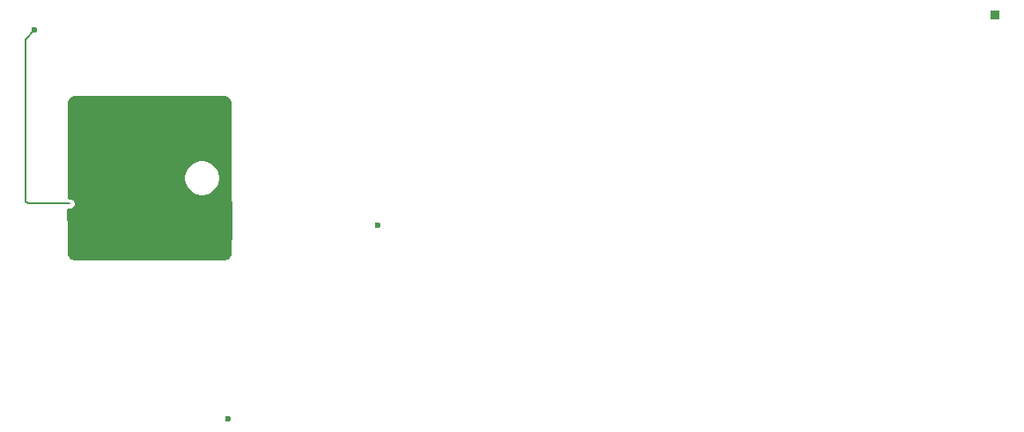
<source format=gbl>
G04 #@! TF.GenerationSoftware,KiCad,Pcbnew,(5.1.6-0-10_14)*
G04 #@! TF.CreationDate,2020-07-21T07:07:53+09:00*
G04 #@! TF.ProjectId,Jones,4a6f6e65-732e-46b6-9963-61645f706362,v.0.2*
G04 #@! TF.SameCoordinates,Original*
G04 #@! TF.FileFunction,Copper,L2,Bot*
G04 #@! TF.FilePolarity,Positive*
%FSLAX46Y46*%
G04 Gerber Fmt 4.6, Leading zero omitted, Abs format (unit mm)*
G04 Created by KiCad (PCBNEW (5.1.6-0-10_14)) date 2020-07-21 07:07:53*
%MOMM*%
%LPD*%
G01*
G04 APERTURE LIST*
G04 #@! TA.AperFunction,ComponentPad*
%ADD10R,0.850000X0.850000*%
G04 #@! TD*
G04 #@! TA.AperFunction,ViaPad*
%ADD11C,0.600000*%
G04 #@! TD*
G04 #@! TA.AperFunction,Conductor*
%ADD12C,0.200000*%
G04 #@! TD*
G04 #@! TA.AperFunction,NonConductor*
%ADD13C,0.254000*%
G04 #@! TD*
G04 APERTURE END LIST*
D10*
X138884810Y-172069380D03*
D11*
X46470001Y-173579999D03*
X79460000Y-192370000D03*
X65100000Y-210940000D03*
D12*
X45621790Y-190028269D02*
X45843521Y-190250000D01*
X45621790Y-174428210D02*
X45621790Y-190028269D01*
X46470001Y-173579999D02*
X45621790Y-174428210D01*
X45843521Y-190250000D02*
X49850000Y-190250000D01*
D13*
G36*
X64785117Y-180007449D02*
G01*
X64902889Y-180043006D01*
X65011514Y-180100763D01*
X65106851Y-180178518D01*
X65185269Y-180273310D01*
X65243782Y-180381527D01*
X65280162Y-180499051D01*
X65295710Y-180646982D01*
X65295711Y-189844217D01*
X65293013Y-189871610D01*
X65303779Y-189980919D01*
X65323000Y-190044282D01*
X65323000Y-193698938D01*
X65303779Y-193762301D01*
X65293013Y-193871610D01*
X65295710Y-193898994D01*
X65295711Y-194886079D01*
X65281031Y-195035797D01*
X65245473Y-195153570D01*
X65187717Y-195262193D01*
X65109960Y-195357533D01*
X65015172Y-195435948D01*
X64906952Y-195494463D01*
X64789429Y-195530842D01*
X64641499Y-195546390D01*
X50402392Y-195546390D01*
X50252683Y-195531711D01*
X50134910Y-195496153D01*
X50026287Y-195438397D01*
X49930947Y-195360640D01*
X49852532Y-195265852D01*
X49794017Y-195157632D01*
X49757638Y-195040109D01*
X49748557Y-194953713D01*
X49742378Y-192896065D01*
X49744787Y-192871610D01*
X49742227Y-192845617D01*
X49736182Y-190832600D01*
X49878611Y-190832600D01*
X49964209Y-190824169D01*
X50074030Y-190790856D01*
X50175241Y-190736757D01*
X50263953Y-190663953D01*
X50336757Y-190575241D01*
X50390856Y-190474030D01*
X50424169Y-190364209D01*
X50435418Y-190250000D01*
X50424169Y-190135791D01*
X50390856Y-190025970D01*
X50336757Y-189924759D01*
X50263953Y-189836047D01*
X50175241Y-189763243D01*
X50074030Y-189709144D01*
X49964209Y-189675831D01*
X49878611Y-189667400D01*
X49742090Y-189667400D01*
X49742090Y-187605073D01*
X60823695Y-187605073D01*
X60823695Y-187951707D01*
X60891319Y-188291680D01*
X61023970Y-188611928D01*
X61216550Y-188900143D01*
X61461657Y-189145250D01*
X61749872Y-189337830D01*
X62070120Y-189470481D01*
X62410093Y-189538105D01*
X62756727Y-189538105D01*
X63096700Y-189470481D01*
X63416948Y-189337830D01*
X63705163Y-189145250D01*
X63950270Y-188900143D01*
X64142850Y-188611928D01*
X64275501Y-188291680D01*
X64343125Y-187951707D01*
X64343125Y-187605073D01*
X64275501Y-187265100D01*
X64142850Y-186944852D01*
X63950270Y-186656637D01*
X63705163Y-186411530D01*
X63416948Y-186218950D01*
X63096700Y-186086299D01*
X62756727Y-186018675D01*
X62410093Y-186018675D01*
X62070120Y-186086299D01*
X61749872Y-186218950D01*
X61461657Y-186411530D01*
X61216550Y-186656637D01*
X61023970Y-186944852D01*
X60891319Y-187265100D01*
X60823695Y-187605073D01*
X49742090Y-187605073D01*
X49742090Y-180653072D01*
X49756769Y-180503363D01*
X49792326Y-180385591D01*
X49850083Y-180276966D01*
X49927838Y-180181629D01*
X50022630Y-180103211D01*
X50130847Y-180044698D01*
X50248371Y-180008318D01*
X50396302Y-179992770D01*
X64635408Y-179992770D01*
X64785117Y-180007449D01*
G37*
X64785117Y-180007449D02*
X64902889Y-180043006D01*
X65011514Y-180100763D01*
X65106851Y-180178518D01*
X65185269Y-180273310D01*
X65243782Y-180381527D01*
X65280162Y-180499051D01*
X65295710Y-180646982D01*
X65295711Y-189844217D01*
X65293013Y-189871610D01*
X65303779Y-189980919D01*
X65323000Y-190044282D01*
X65323000Y-193698938D01*
X65303779Y-193762301D01*
X65293013Y-193871610D01*
X65295710Y-193898994D01*
X65295711Y-194886079D01*
X65281031Y-195035797D01*
X65245473Y-195153570D01*
X65187717Y-195262193D01*
X65109960Y-195357533D01*
X65015172Y-195435948D01*
X64906952Y-195494463D01*
X64789429Y-195530842D01*
X64641499Y-195546390D01*
X50402392Y-195546390D01*
X50252683Y-195531711D01*
X50134910Y-195496153D01*
X50026287Y-195438397D01*
X49930947Y-195360640D01*
X49852532Y-195265852D01*
X49794017Y-195157632D01*
X49757638Y-195040109D01*
X49748557Y-194953713D01*
X49742378Y-192896065D01*
X49744787Y-192871610D01*
X49742227Y-192845617D01*
X49736182Y-190832600D01*
X49878611Y-190832600D01*
X49964209Y-190824169D01*
X50074030Y-190790856D01*
X50175241Y-190736757D01*
X50263953Y-190663953D01*
X50336757Y-190575241D01*
X50390856Y-190474030D01*
X50424169Y-190364209D01*
X50435418Y-190250000D01*
X50424169Y-190135791D01*
X50390856Y-190025970D01*
X50336757Y-189924759D01*
X50263953Y-189836047D01*
X50175241Y-189763243D01*
X50074030Y-189709144D01*
X49964209Y-189675831D01*
X49878611Y-189667400D01*
X49742090Y-189667400D01*
X49742090Y-187605073D01*
X60823695Y-187605073D01*
X60823695Y-187951707D01*
X60891319Y-188291680D01*
X61023970Y-188611928D01*
X61216550Y-188900143D01*
X61461657Y-189145250D01*
X61749872Y-189337830D01*
X62070120Y-189470481D01*
X62410093Y-189538105D01*
X62756727Y-189538105D01*
X63096700Y-189470481D01*
X63416948Y-189337830D01*
X63705163Y-189145250D01*
X63950270Y-188900143D01*
X64142850Y-188611928D01*
X64275501Y-188291680D01*
X64343125Y-187951707D01*
X64343125Y-187605073D01*
X64275501Y-187265100D01*
X64142850Y-186944852D01*
X63950270Y-186656637D01*
X63705163Y-186411530D01*
X63416948Y-186218950D01*
X63096700Y-186086299D01*
X62756727Y-186018675D01*
X62410093Y-186018675D01*
X62070120Y-186086299D01*
X61749872Y-186218950D01*
X61461657Y-186411530D01*
X61216550Y-186656637D01*
X61023970Y-186944852D01*
X60891319Y-187265100D01*
X60823695Y-187605073D01*
X49742090Y-187605073D01*
X49742090Y-180653072D01*
X49756769Y-180503363D01*
X49792326Y-180385591D01*
X49850083Y-180276966D01*
X49927838Y-180181629D01*
X50022630Y-180103211D01*
X50130847Y-180044698D01*
X50248371Y-180008318D01*
X50396302Y-179992770D01*
X64635408Y-179992770D01*
X64785117Y-180007449D01*
M02*

</source>
